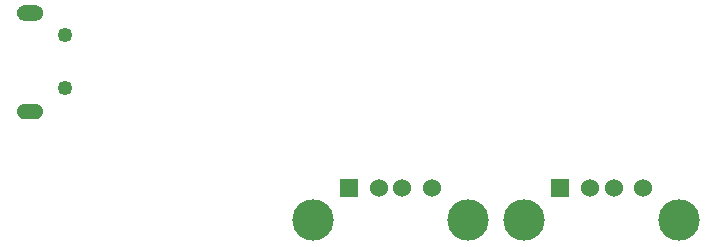
<source format=gbr>
%TF.GenerationSoftware,KiCad,Pcbnew,7.0.8*%
%TF.CreationDate,2024-10-31T12:16:04-07:00*%
%TF.ProjectId,ECE196Team13,45434531-3936-4546-9561-6d31332e6b69,1*%
%TF.SameCoordinates,Original*%
%TF.FileFunction,Soldermask,Bot*%
%TF.FilePolarity,Negative*%
%FSLAX46Y46*%
G04 Gerber Fmt 4.6, Leading zero omitted, Abs format (unit mm)*
G04 Created by KiCad (PCBNEW 7.0.8) date 2024-10-31 12:16:04*
%MOMM*%
%LPD*%
G01*
G04 APERTURE LIST*
%ADD10C,0.010000*%
%ADD11C,1.252400*%
%ADD12R,1.524000X1.524000*%
%ADD13C,1.524000*%
%ADD14C,3.500000*%
G04 APERTURE END LIST*
%TO.C,I1*%
D10*
X136224500Y-56591000D02*
X136256500Y-56593000D01*
X136287500Y-56597000D01*
X136318500Y-56603000D01*
X136349500Y-56611000D01*
X136380500Y-56620000D01*
X136410500Y-56630000D01*
X136439500Y-56643000D01*
X136468500Y-56656000D01*
X136496500Y-56671000D01*
X136523500Y-56688000D01*
X136549500Y-56706000D01*
X136574500Y-56725000D01*
X136599500Y-56746000D01*
X136622500Y-56768000D01*
X136643500Y-56791000D01*
X136664500Y-56815000D01*
X136683500Y-56840000D01*
X136701500Y-56867000D01*
X136718500Y-56894000D01*
X136733500Y-56922000D01*
X136747500Y-56950000D01*
X136759500Y-56980000D01*
X136770500Y-57010000D01*
X136779500Y-57040000D01*
X136786500Y-57071000D01*
X136792500Y-57102000D01*
X136796500Y-57134000D01*
X136799500Y-57166000D01*
X136800500Y-57200000D01*
X136799500Y-57229000D01*
X136796500Y-57260000D01*
X136792500Y-57292000D01*
X136786500Y-57323000D01*
X136779500Y-57353000D01*
X136770500Y-57384000D01*
X136759500Y-57413000D01*
X136747500Y-57443000D01*
X136734500Y-57471000D01*
X136719500Y-57499000D01*
X136702500Y-57526000D01*
X136684500Y-57552000D01*
X136665500Y-57577000D01*
X136645500Y-57601000D01*
X136623500Y-57624000D01*
X136600500Y-57645000D01*
X136576500Y-57666000D01*
X136551500Y-57685000D01*
X136525500Y-57703000D01*
X136498500Y-57719000D01*
X136471500Y-57734000D01*
X136442500Y-57748000D01*
X136413500Y-57760000D01*
X136383500Y-57771000D01*
X136353500Y-57779000D01*
X136322500Y-57787000D01*
X136291500Y-57793000D01*
X136260500Y-57797000D01*
X136229500Y-57799000D01*
X136195500Y-57800000D01*
X135304500Y-57800000D01*
X135270500Y-57799000D01*
X135239500Y-57797000D01*
X135208500Y-57793000D01*
X135177500Y-57787000D01*
X135146500Y-57779000D01*
X135116500Y-57771000D01*
X135086500Y-57760000D01*
X135057500Y-57748000D01*
X135028500Y-57734000D01*
X135001500Y-57719000D01*
X134974500Y-57703000D01*
X134948500Y-57685000D01*
X134923500Y-57666000D01*
X134899500Y-57645000D01*
X134876500Y-57624000D01*
X134854500Y-57601000D01*
X134834500Y-57577000D01*
X134815500Y-57552000D01*
X134797500Y-57526000D01*
X134780500Y-57499000D01*
X134765500Y-57471000D01*
X134752500Y-57443000D01*
X134740500Y-57413000D01*
X134729500Y-57384000D01*
X134720500Y-57353000D01*
X134713500Y-57323000D01*
X134707500Y-57292000D01*
X134703500Y-57260000D01*
X134700500Y-57229000D01*
X134699500Y-57200000D01*
X134700500Y-57166000D01*
X134703500Y-57134000D01*
X134707500Y-57102000D01*
X134713500Y-57071000D01*
X134720500Y-57040000D01*
X134729500Y-57010000D01*
X134740500Y-56980000D01*
X134752500Y-56950000D01*
X134766500Y-56922000D01*
X134781500Y-56894000D01*
X134798500Y-56867000D01*
X134816500Y-56840000D01*
X134835500Y-56815000D01*
X134856500Y-56791000D01*
X134877500Y-56768000D01*
X134900500Y-56746000D01*
X134925500Y-56725000D01*
X134950500Y-56706000D01*
X134976500Y-56688000D01*
X135003500Y-56671000D01*
X135031500Y-56656000D01*
X135060500Y-56643000D01*
X135089500Y-56630000D01*
X135119500Y-56620000D01*
X135150500Y-56611000D01*
X135181500Y-56603000D01*
X135212500Y-56597000D01*
X135243500Y-56593000D01*
X135275500Y-56591000D01*
X135304500Y-56590000D01*
X135305000Y-56590000D01*
X136195500Y-56590000D01*
X136224500Y-56591000D01*
G36*
X136224500Y-56591000D02*
G01*
X136256500Y-56593000D01*
X136287500Y-56597000D01*
X136318500Y-56603000D01*
X136349500Y-56611000D01*
X136380500Y-56620000D01*
X136410500Y-56630000D01*
X136439500Y-56643000D01*
X136468500Y-56656000D01*
X136496500Y-56671000D01*
X136523500Y-56688000D01*
X136549500Y-56706000D01*
X136574500Y-56725000D01*
X136599500Y-56746000D01*
X136622500Y-56768000D01*
X136643500Y-56791000D01*
X136664500Y-56815000D01*
X136683500Y-56840000D01*
X136701500Y-56867000D01*
X136718500Y-56894000D01*
X136733500Y-56922000D01*
X136747500Y-56950000D01*
X136759500Y-56980000D01*
X136770500Y-57010000D01*
X136779500Y-57040000D01*
X136786500Y-57071000D01*
X136792500Y-57102000D01*
X136796500Y-57134000D01*
X136799500Y-57166000D01*
X136800500Y-57200000D01*
X136799500Y-57229000D01*
X136796500Y-57260000D01*
X136792500Y-57292000D01*
X136786500Y-57323000D01*
X136779500Y-57353000D01*
X136770500Y-57384000D01*
X136759500Y-57413000D01*
X136747500Y-57443000D01*
X136734500Y-57471000D01*
X136719500Y-57499000D01*
X136702500Y-57526000D01*
X136684500Y-57552000D01*
X136665500Y-57577000D01*
X136645500Y-57601000D01*
X136623500Y-57624000D01*
X136600500Y-57645000D01*
X136576500Y-57666000D01*
X136551500Y-57685000D01*
X136525500Y-57703000D01*
X136498500Y-57719000D01*
X136471500Y-57734000D01*
X136442500Y-57748000D01*
X136413500Y-57760000D01*
X136383500Y-57771000D01*
X136353500Y-57779000D01*
X136322500Y-57787000D01*
X136291500Y-57793000D01*
X136260500Y-57797000D01*
X136229500Y-57799000D01*
X136195500Y-57800000D01*
X135304500Y-57800000D01*
X135270500Y-57799000D01*
X135239500Y-57797000D01*
X135208500Y-57793000D01*
X135177500Y-57787000D01*
X135146500Y-57779000D01*
X135116500Y-57771000D01*
X135086500Y-57760000D01*
X135057500Y-57748000D01*
X135028500Y-57734000D01*
X135001500Y-57719000D01*
X134974500Y-57703000D01*
X134948500Y-57685000D01*
X134923500Y-57666000D01*
X134899500Y-57645000D01*
X134876500Y-57624000D01*
X134854500Y-57601000D01*
X134834500Y-57577000D01*
X134815500Y-57552000D01*
X134797500Y-57526000D01*
X134780500Y-57499000D01*
X134765500Y-57471000D01*
X134752500Y-57443000D01*
X134740500Y-57413000D01*
X134729500Y-57384000D01*
X134720500Y-57353000D01*
X134713500Y-57323000D01*
X134707500Y-57292000D01*
X134703500Y-57260000D01*
X134700500Y-57229000D01*
X134699500Y-57200000D01*
X134700500Y-57166000D01*
X134703500Y-57134000D01*
X134707500Y-57102000D01*
X134713500Y-57071000D01*
X134720500Y-57040000D01*
X134729500Y-57010000D01*
X134740500Y-56980000D01*
X134752500Y-56950000D01*
X134766500Y-56922000D01*
X134781500Y-56894000D01*
X134798500Y-56867000D01*
X134816500Y-56840000D01*
X134835500Y-56815000D01*
X134856500Y-56791000D01*
X134877500Y-56768000D01*
X134900500Y-56746000D01*
X134925500Y-56725000D01*
X134950500Y-56706000D01*
X134976500Y-56688000D01*
X135003500Y-56671000D01*
X135031500Y-56656000D01*
X135060500Y-56643000D01*
X135089500Y-56630000D01*
X135119500Y-56620000D01*
X135150500Y-56611000D01*
X135181500Y-56603000D01*
X135212500Y-56597000D01*
X135243500Y-56593000D01*
X135275500Y-56591000D01*
X135304500Y-56590000D01*
X135305000Y-56590000D01*
X136195500Y-56590000D01*
X136224500Y-56591000D01*
G37*
X136229500Y-48251000D02*
X136260500Y-48253000D01*
X136291500Y-48257000D01*
X136322500Y-48263000D01*
X136353500Y-48271000D01*
X136383500Y-48279000D01*
X136413500Y-48290000D01*
X136442500Y-48302000D01*
X136471500Y-48316000D01*
X136498500Y-48331000D01*
X136525500Y-48347000D01*
X136551500Y-48365000D01*
X136576500Y-48384000D01*
X136600500Y-48405000D01*
X136623500Y-48426000D01*
X136645500Y-48449000D01*
X136665500Y-48473000D01*
X136684500Y-48498000D01*
X136702500Y-48524000D01*
X136719500Y-48551000D01*
X136734500Y-48579000D01*
X136747500Y-48607000D01*
X136759500Y-48637000D01*
X136770500Y-48666000D01*
X136779500Y-48697000D01*
X136786500Y-48727000D01*
X136792500Y-48758000D01*
X136796500Y-48790000D01*
X136799500Y-48821000D01*
X136800500Y-48850000D01*
X136799500Y-48884000D01*
X136796500Y-48916000D01*
X136792500Y-48948000D01*
X136786500Y-48979000D01*
X136779500Y-49010000D01*
X136770500Y-49040000D01*
X136759500Y-49070000D01*
X136747500Y-49100000D01*
X136733500Y-49128000D01*
X136718500Y-49156000D01*
X136701500Y-49183000D01*
X136683500Y-49210000D01*
X136664500Y-49235000D01*
X136643500Y-49259000D01*
X136622500Y-49282000D01*
X136599500Y-49304000D01*
X136574500Y-49325000D01*
X136549500Y-49344000D01*
X136523500Y-49362000D01*
X136496500Y-49379000D01*
X136468500Y-49394000D01*
X136439500Y-49407000D01*
X136410500Y-49420000D01*
X136380500Y-49430000D01*
X136349500Y-49439000D01*
X136318500Y-49447000D01*
X136287500Y-49453000D01*
X136256500Y-49457000D01*
X136224500Y-49459000D01*
X136195500Y-49460000D01*
X135304500Y-49460000D01*
X135275500Y-49459000D01*
X135243500Y-49457000D01*
X135212500Y-49453000D01*
X135181500Y-49447000D01*
X135150500Y-49439000D01*
X135119500Y-49430000D01*
X135089500Y-49420000D01*
X135060500Y-49407000D01*
X135031500Y-49394000D01*
X135003500Y-49379000D01*
X134976500Y-49362000D01*
X134950500Y-49344000D01*
X134925500Y-49325000D01*
X134900500Y-49304000D01*
X134877500Y-49282000D01*
X134856500Y-49259000D01*
X134835500Y-49235000D01*
X134816500Y-49210000D01*
X134798500Y-49183000D01*
X134781500Y-49156000D01*
X134766500Y-49128000D01*
X134752500Y-49100000D01*
X134740500Y-49070000D01*
X134729500Y-49040000D01*
X134720500Y-49010000D01*
X134713500Y-48979000D01*
X134707500Y-48948000D01*
X134703500Y-48916000D01*
X134700500Y-48884000D01*
X134699500Y-48850000D01*
X134700500Y-48821000D01*
X134703500Y-48790000D01*
X134707500Y-48758000D01*
X134713500Y-48727000D01*
X134720500Y-48697000D01*
X134729500Y-48666000D01*
X134740500Y-48637000D01*
X134752500Y-48607000D01*
X134765500Y-48579000D01*
X134780500Y-48551000D01*
X134797500Y-48524000D01*
X134815500Y-48498000D01*
X134834500Y-48473000D01*
X134854500Y-48449000D01*
X134876500Y-48426000D01*
X134899500Y-48405000D01*
X134923500Y-48384000D01*
X134948500Y-48365000D01*
X134974500Y-48347000D01*
X135001500Y-48331000D01*
X135028500Y-48316000D01*
X135057500Y-48302000D01*
X135086500Y-48290000D01*
X135116500Y-48279000D01*
X135146500Y-48271000D01*
X135177500Y-48263000D01*
X135208500Y-48257000D01*
X135239500Y-48253000D01*
X135270500Y-48251000D01*
X135304500Y-48250000D01*
X135305000Y-48250000D01*
X136195500Y-48250000D01*
X136229500Y-48251000D01*
G36*
X136229500Y-48251000D02*
G01*
X136260500Y-48253000D01*
X136291500Y-48257000D01*
X136322500Y-48263000D01*
X136353500Y-48271000D01*
X136383500Y-48279000D01*
X136413500Y-48290000D01*
X136442500Y-48302000D01*
X136471500Y-48316000D01*
X136498500Y-48331000D01*
X136525500Y-48347000D01*
X136551500Y-48365000D01*
X136576500Y-48384000D01*
X136600500Y-48405000D01*
X136623500Y-48426000D01*
X136645500Y-48449000D01*
X136665500Y-48473000D01*
X136684500Y-48498000D01*
X136702500Y-48524000D01*
X136719500Y-48551000D01*
X136734500Y-48579000D01*
X136747500Y-48607000D01*
X136759500Y-48637000D01*
X136770500Y-48666000D01*
X136779500Y-48697000D01*
X136786500Y-48727000D01*
X136792500Y-48758000D01*
X136796500Y-48790000D01*
X136799500Y-48821000D01*
X136800500Y-48850000D01*
X136799500Y-48884000D01*
X136796500Y-48916000D01*
X136792500Y-48948000D01*
X136786500Y-48979000D01*
X136779500Y-49010000D01*
X136770500Y-49040000D01*
X136759500Y-49070000D01*
X136747500Y-49100000D01*
X136733500Y-49128000D01*
X136718500Y-49156000D01*
X136701500Y-49183000D01*
X136683500Y-49210000D01*
X136664500Y-49235000D01*
X136643500Y-49259000D01*
X136622500Y-49282000D01*
X136599500Y-49304000D01*
X136574500Y-49325000D01*
X136549500Y-49344000D01*
X136523500Y-49362000D01*
X136496500Y-49379000D01*
X136468500Y-49394000D01*
X136439500Y-49407000D01*
X136410500Y-49420000D01*
X136380500Y-49430000D01*
X136349500Y-49439000D01*
X136318500Y-49447000D01*
X136287500Y-49453000D01*
X136256500Y-49457000D01*
X136224500Y-49459000D01*
X136195500Y-49460000D01*
X135304500Y-49460000D01*
X135275500Y-49459000D01*
X135243500Y-49457000D01*
X135212500Y-49453000D01*
X135181500Y-49447000D01*
X135150500Y-49439000D01*
X135119500Y-49430000D01*
X135089500Y-49420000D01*
X135060500Y-49407000D01*
X135031500Y-49394000D01*
X135003500Y-49379000D01*
X134976500Y-49362000D01*
X134950500Y-49344000D01*
X134925500Y-49325000D01*
X134900500Y-49304000D01*
X134877500Y-49282000D01*
X134856500Y-49259000D01*
X134835500Y-49235000D01*
X134816500Y-49210000D01*
X134798500Y-49183000D01*
X134781500Y-49156000D01*
X134766500Y-49128000D01*
X134752500Y-49100000D01*
X134740500Y-49070000D01*
X134729500Y-49040000D01*
X134720500Y-49010000D01*
X134713500Y-48979000D01*
X134707500Y-48948000D01*
X134703500Y-48916000D01*
X134700500Y-48884000D01*
X134699500Y-48850000D01*
X134700500Y-48821000D01*
X134703500Y-48790000D01*
X134707500Y-48758000D01*
X134713500Y-48727000D01*
X134720500Y-48697000D01*
X134729500Y-48666000D01*
X134740500Y-48637000D01*
X134752500Y-48607000D01*
X134765500Y-48579000D01*
X134780500Y-48551000D01*
X134797500Y-48524000D01*
X134815500Y-48498000D01*
X134834500Y-48473000D01*
X134854500Y-48449000D01*
X134876500Y-48426000D01*
X134899500Y-48405000D01*
X134923500Y-48384000D01*
X134948500Y-48365000D01*
X134974500Y-48347000D01*
X135001500Y-48331000D01*
X135028500Y-48316000D01*
X135057500Y-48302000D01*
X135086500Y-48290000D01*
X135116500Y-48279000D01*
X135146500Y-48271000D01*
X135177500Y-48263000D01*
X135208500Y-48257000D01*
X135239500Y-48253000D01*
X135270500Y-48251000D01*
X135304500Y-48250000D01*
X135305000Y-48250000D01*
X136195500Y-48250000D01*
X136229500Y-48251000D01*
G37*
%TD*%
D11*
%TO.C,I1*%
X138750000Y-55250000D03*
X138750000Y-50800000D03*
%TD*%
D12*
%TO.C,O2*%
X180700000Y-63747500D03*
D13*
X183200000Y-63747500D03*
X185200000Y-63747500D03*
X187700000Y-63747500D03*
D14*
X190770000Y-66457500D03*
X177630000Y-66457500D03*
%TD*%
D12*
%TO.C,O1*%
X162825000Y-63747500D03*
D13*
X165325000Y-63747500D03*
X167325000Y-63747500D03*
X169825000Y-63747500D03*
D14*
X172895000Y-66457500D03*
X159755000Y-66457500D03*
%TD*%
M02*

</source>
